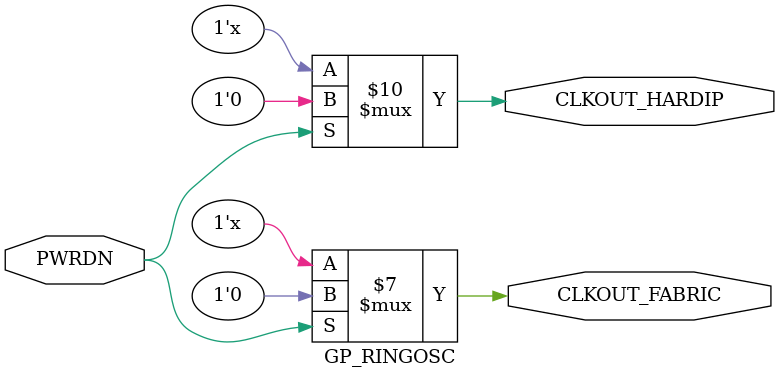
<source format=v>
module GP_RINGOSC(input PWRDN, output reg CLKOUT_HARDIP, output reg CLKOUT_FABRIC);
	parameter PWRDN_EN = 0;
	parameter AUTO_PWRDN = 0;
	parameter HARDIP_DIV = 1;
	parameter FABRIC_DIV = 1;
	initial CLKOUT_HARDIP = 0;
	initial CLKOUT_FABRIC = 0;
	always begin
		if(PWRDN) begin
			CLKOUT_HARDIP = 0;
			CLKOUT_FABRIC = 0;
		end
		else begin
			#18.518;
			CLKOUT_HARDIP = ~CLKOUT_HARDIP;
			CLKOUT_FABRIC = ~CLKOUT_FABRIC;
		end
	end
endmodule
</source>
